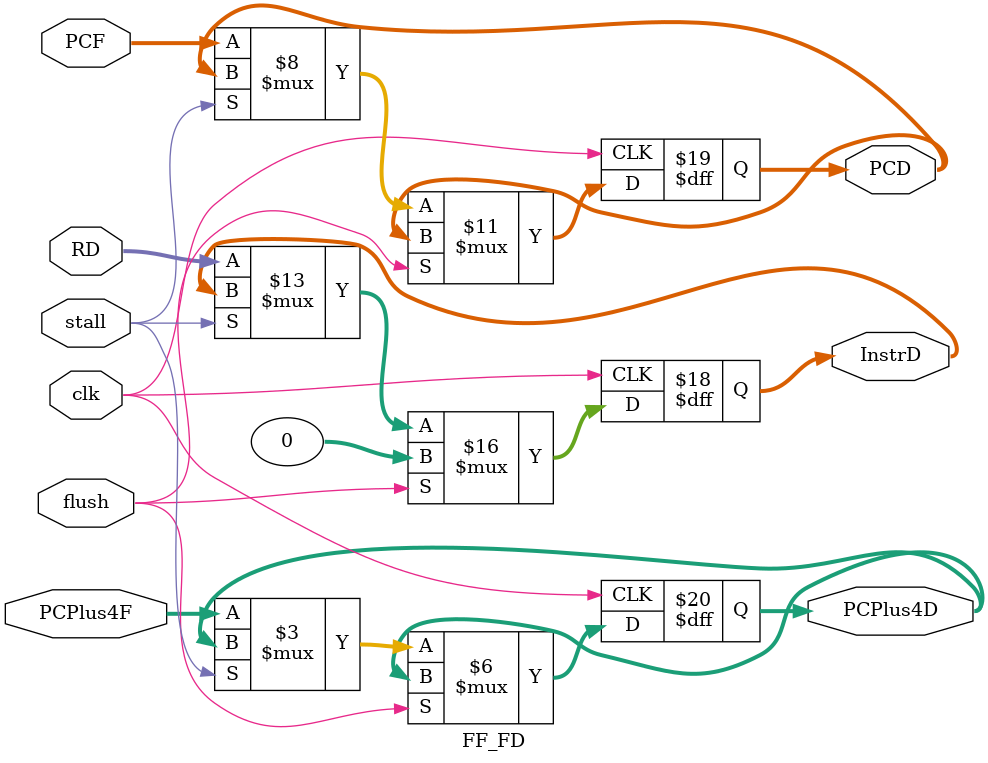
<source format=sv>
module FF_FD #(
    parameter DATA_WIDTH = 32
)(
    input logic clk,
    input logic flush,
    input logic stall,
    input logic [DATA_WIDTH-1:0] RD,
    output logic [DATA_WIDTH-1:0] InstrD,
    input logic [DATA_WIDTH-1:0] PCF,
    output logic [DATA_WIDTH-1:0] PCD,
    input logic [DATA_WIDTH-1:0] PCPlus4F,
    output logic [DATA_WIDTH-1:0] PCPlus4D
);

always_ff @(posedge clk) begin
    if(flush) begin
        InstrD <= 0;
    end else if (!stall) begin
        InstrD <= RD;
        PCD <= PCF;
        PCPlus4D <= PCPlus4F;
    end
end

endmodule

</source>
